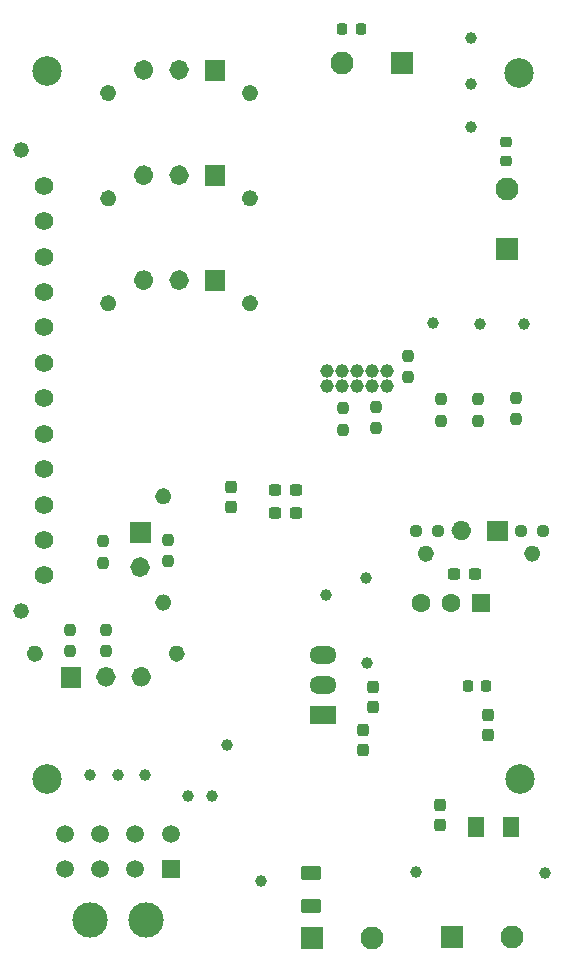
<source format=gbr>
%TF.GenerationSoftware,KiCad,Pcbnew,9.0.0*%
%TF.CreationDate,2025-03-23T00:24:25-05:00*%
%TF.ProjectId,WaterBlasterV2,57617465-7242-46c6-9173-74657256322e,rev?*%
%TF.SameCoordinates,Original*%
%TF.FileFunction,Soldermask,Bot*%
%TF.FilePolarity,Negative*%
%FSLAX46Y46*%
G04 Gerber Fmt 4.6, Leading zero omitted, Abs format (unit mm)*
G04 Created by KiCad (PCBNEW 9.0.0) date 2025-03-23 00:24:25*
%MOMM*%
%LPD*%
G01*
G04 APERTURE LIST*
G04 Aperture macros list*
%AMRoundRect*
0 Rectangle with rounded corners*
0 $1 Rounding radius*
0 $2 $3 $4 $5 $6 $7 $8 $9 X,Y pos of 4 corners*
0 Add a 4 corners polygon primitive as box body*
4,1,4,$2,$3,$4,$5,$6,$7,$8,$9,$2,$3,0*
0 Add four circle primitives for the rounded corners*
1,1,$1+$1,$2,$3*
1,1,$1+$1,$4,$5*
1,1,$1+$1,$6,$7*
1,1,$1+$1,$8,$9*
0 Add four rect primitives between the rounded corners*
20,1,$1+$1,$2,$3,$4,$5,0*
20,1,$1+$1,$4,$5,$6,$7,0*
20,1,$1+$1,$6,$7,$8,$9,0*
20,1,$1+$1,$8,$9,$2,$3,0*%
G04 Aperture macros list end*
%ADD10C,0.711200*%
%ADD11C,0.836200*%
%ADD12C,0.010000*%
%ADD13C,1.168400*%
%ADD14C,1.000000*%
%ADD15C,2.500000*%
%ADD16C,2.999999*%
%ADD17R,1.520000X1.520000*%
%ADD18C,1.520000*%
%ADD19C,1.320800*%
%ADD20C,1.574800*%
%ADD21C,1.270000*%
%ADD22R,1.950000X1.950000*%
%ADD23C,1.950000*%
%ADD24RoundRect,0.237500X-0.237500X0.300000X-0.237500X-0.300000X0.237500X-0.300000X0.237500X0.300000X0*%
%ADD25RoundRect,0.218750X-0.218750X-0.256250X0.218750X-0.256250X0.218750X0.256250X-0.218750X0.256250X0*%
%ADD26RoundRect,0.237500X0.300000X0.237500X-0.300000X0.237500X-0.300000X-0.237500X0.300000X-0.237500X0*%
%ADD27RoundRect,0.250000X0.625000X-0.375000X0.625000X0.375000X-0.625000X0.375000X-0.625000X-0.375000X0*%
%ADD28RoundRect,0.250001X-0.462499X-0.624999X0.462499X-0.624999X0.462499X0.624999X-0.462499X0.624999X0*%
%ADD29RoundRect,0.237500X-0.300000X-0.237500X0.300000X-0.237500X0.300000X0.237500X-0.300000X0.237500X0*%
%ADD30R,2.300000X1.500000*%
%ADD31O,2.300000X1.500000*%
%ADD32RoundRect,0.218750X-0.256250X0.218750X-0.256250X-0.218750X0.256250X-0.218750X0.256250X0.218750X0*%
%ADD33RoundRect,0.237500X0.237500X-0.300000X0.237500X0.300000X-0.237500X0.300000X-0.237500X-0.300000X0*%
%ADD34RoundRect,0.218750X0.218750X0.256250X-0.218750X0.256250X-0.218750X-0.256250X0.218750X-0.256250X0*%
%ADD35RoundRect,0.237500X0.250000X0.237500X-0.250000X0.237500X-0.250000X-0.237500X0.250000X-0.237500X0*%
%ADD36RoundRect,0.237500X0.237500X-0.250000X0.237500X0.250000X-0.237500X0.250000X-0.237500X-0.250000X0*%
%ADD37RoundRect,0.237500X-0.237500X0.250000X-0.237500X-0.250000X0.237500X-0.250000X0.237500X0.250000X0*%
%ADD38C,1.605000*%
%ADD39R,1.605000X1.605000*%
G04 APERTURE END LIST*
D10*
%TO.C,J5*%
X132055600Y-101060000D02*
G75*
G02*
X131344400Y-101060000I-355600J0D01*
G01*
X131344400Y-101060000D02*
G75*
G02*
X132055600Y-101060000I355600J0D01*
G01*
D11*
X135118100Y-99100000D02*
G75*
G02*
X134281900Y-99100000I-418100J0D01*
G01*
X134281900Y-99100000D02*
G75*
G02*
X135118100Y-99100000I418100J0D01*
G01*
D10*
X141055600Y-101060000D02*
G75*
G02*
X140344400Y-101060000I-355600J0D01*
G01*
X140344400Y-101060000D02*
G75*
G02*
X141055600Y-101060000I355600J0D01*
G01*
D12*
X138536200Y-99936200D02*
X136863800Y-99936200D01*
X136863800Y-98263800D01*
X138536200Y-98263800D01*
X138536200Y-99936200D01*
G36*
X138536200Y-99936200D02*
G01*
X136863800Y-99936200D01*
X136863800Y-98263800D01*
X138536200Y-98263800D01*
X138536200Y-99936200D01*
G37*
D10*
%TO.C,Filler*%
X109815600Y-105200000D02*
G75*
G02*
X109104400Y-105200000I-355600J0D01*
G01*
X109104400Y-105200000D02*
G75*
G02*
X109815600Y-105200000I355600J0D01*
G01*
X109815600Y-96200000D02*
G75*
G02*
X109104400Y-96200000I-355600J0D01*
G01*
X109104400Y-96200000D02*
G75*
G02*
X109815600Y-96200000I355600J0D01*
G01*
D11*
X107918100Y-102200000D02*
G75*
G02*
X107081900Y-102200000I-418100J0D01*
G01*
X107081900Y-102200000D02*
G75*
G02*
X107918100Y-102200000I418100J0D01*
G01*
D12*
X108336200Y-100036200D02*
X106663800Y-100036200D01*
X106663800Y-98363800D01*
X108336200Y-98363800D01*
X108336200Y-100036200D01*
G36*
X108336200Y-100036200D02*
G01*
X106663800Y-100036200D01*
X106663800Y-98363800D01*
X108336200Y-98363800D01*
X108336200Y-100036200D01*
G37*
D11*
%TO.C,J10*%
X108218100Y-77900000D02*
G75*
G02*
X107381900Y-77900000I-418100J0D01*
G01*
X107381900Y-77900000D02*
G75*
G02*
X108218100Y-77900000I418100J0D01*
G01*
D10*
X105155600Y-79860000D02*
G75*
G02*
X104444400Y-79860000I-355600J0D01*
G01*
X104444400Y-79860000D02*
G75*
G02*
X105155600Y-79860000I355600J0D01*
G01*
X117155600Y-79860000D02*
G75*
G02*
X116444400Y-79860000I-355600J0D01*
G01*
X116444400Y-79860000D02*
G75*
G02*
X117155600Y-79860000I355600J0D01*
G01*
D11*
X111218100Y-77900000D02*
G75*
G02*
X110381900Y-77900000I-418100J0D01*
G01*
X110381900Y-77900000D02*
G75*
G02*
X111218100Y-77900000I418100J0D01*
G01*
D12*
X114636200Y-78736200D02*
X112963800Y-78736200D01*
X112963800Y-77063800D01*
X114636200Y-77063800D01*
X114636200Y-78736200D01*
G36*
X114636200Y-78736200D02*
G01*
X112963800Y-78736200D01*
X112963800Y-77063800D01*
X114636200Y-77063800D01*
X114636200Y-78736200D01*
G37*
D11*
%TO.C,J11*%
X108218100Y-69015000D02*
G75*
G02*
X107381900Y-69015000I-418100J0D01*
G01*
X107381900Y-69015000D02*
G75*
G02*
X108218100Y-69015000I418100J0D01*
G01*
D10*
X105155600Y-70975000D02*
G75*
G02*
X104444400Y-70975000I-355600J0D01*
G01*
X104444400Y-70975000D02*
G75*
G02*
X105155600Y-70975000I355600J0D01*
G01*
X117155600Y-70975000D02*
G75*
G02*
X116444400Y-70975000I-355600J0D01*
G01*
X116444400Y-70975000D02*
G75*
G02*
X117155600Y-70975000I355600J0D01*
G01*
D11*
X111218100Y-69015000D02*
G75*
G02*
X110381900Y-69015000I-418100J0D01*
G01*
X110381900Y-69015000D02*
G75*
G02*
X111218100Y-69015000I418100J0D01*
G01*
D12*
X114636200Y-69851200D02*
X112963800Y-69851200D01*
X112963800Y-68178800D01*
X114636200Y-68178800D01*
X114636200Y-69851200D01*
G36*
X114636200Y-69851200D02*
G01*
X112963800Y-69851200D01*
X112963800Y-68178800D01*
X114636200Y-68178800D01*
X114636200Y-69851200D01*
G37*
D11*
%TO.C,PressSens*%
X108018100Y-111485000D02*
G75*
G02*
X107181900Y-111485000I-418100J0D01*
G01*
X107181900Y-111485000D02*
G75*
G02*
X108018100Y-111485000I418100J0D01*
G01*
D10*
X110955600Y-109525000D02*
G75*
G02*
X110244400Y-109525000I-355600J0D01*
G01*
X110244400Y-109525000D02*
G75*
G02*
X110955600Y-109525000I355600J0D01*
G01*
X98955600Y-109525000D02*
G75*
G02*
X98244400Y-109525000I-355600J0D01*
G01*
X98244400Y-109525000D02*
G75*
G02*
X98955600Y-109525000I355600J0D01*
G01*
D11*
X105018100Y-111485000D02*
G75*
G02*
X104181900Y-111485000I-418100J0D01*
G01*
X104181900Y-111485000D02*
G75*
G02*
X105018100Y-111485000I418100J0D01*
G01*
D12*
X102436200Y-112321200D02*
X100763800Y-112321200D01*
X100763800Y-110648800D01*
X102436200Y-110648800D01*
X102436200Y-112321200D01*
G36*
X102436200Y-112321200D02*
G01*
X100763800Y-112321200D01*
X100763800Y-110648800D01*
X102436200Y-110648800D01*
X102436200Y-112321200D01*
G37*
D11*
%TO.C,J13*%
X108218100Y-60100000D02*
G75*
G02*
X107381900Y-60100000I-418100J0D01*
G01*
X107381900Y-60100000D02*
G75*
G02*
X108218100Y-60100000I418100J0D01*
G01*
D10*
X105155600Y-62060000D02*
G75*
G02*
X104444400Y-62060000I-355600J0D01*
G01*
X104444400Y-62060000D02*
G75*
G02*
X105155600Y-62060000I355600J0D01*
G01*
X117155600Y-62060000D02*
G75*
G02*
X116444400Y-62060000I-355600J0D01*
G01*
X116444400Y-62060000D02*
G75*
G02*
X117155600Y-62060000I355600J0D01*
G01*
D11*
X111218100Y-60100000D02*
G75*
G02*
X110381900Y-60100000I-418100J0D01*
G01*
X110381900Y-60100000D02*
G75*
G02*
X111218100Y-60100000I418100J0D01*
G01*
D12*
X114636200Y-60936200D02*
X112963800Y-60936200D01*
X112963800Y-59263800D01*
X114636200Y-59263800D01*
X114636200Y-60936200D01*
G36*
X114636200Y-60936200D02*
G01*
X112963800Y-60936200D01*
X112963800Y-59263800D01*
X114636200Y-59263800D01*
X114636200Y-60936200D01*
G37*
%TD*%
D13*
%TO.C,J3*%
X123317000Y-86868000D03*
X123317000Y-85598000D03*
X124587000Y-86868000D03*
X124587000Y-85598000D03*
X125857000Y-86868000D03*
X125857000Y-85598000D03*
X127127000Y-86868000D03*
X127127000Y-85598000D03*
X128397000Y-86868000D03*
X128397000Y-85598000D03*
%TD*%
D14*
%TO.C,12V*%
X117700000Y-128800000D03*
%TD*%
%TO.C,GND*%
X123200000Y-104600000D03*
%TD*%
%TO.C,P+*%
X141800000Y-128100000D03*
%TD*%
%TO.C,P-*%
X130900000Y-128000000D03*
%TD*%
D15*
%TO.C,H1*%
X99600000Y-60200000D03*
%TD*%
%TO.C,H2*%
X139573000Y-60325000D03*
%TD*%
%TO.C,H3*%
X99600000Y-120100000D03*
%TD*%
%TO.C,H4*%
X139700000Y-120142000D03*
%TD*%
D16*
%TO.C,J2*%
X103269004Y-132081999D03*
X107968994Y-132081999D03*
D17*
X110109000Y-127762000D03*
D18*
X107109001Y-127762000D03*
X104109002Y-127762000D03*
X101109003Y-127762000D03*
X110109000Y-124762001D03*
X107109001Y-124762001D03*
X104109002Y-124762001D03*
X101109003Y-124762001D03*
%TD*%
D19*
%TO.C,J4*%
X97439999Y-105899999D03*
X97439999Y-66900001D03*
D20*
X99400000Y-69900005D03*
X99400000Y-72900004D03*
X99400000Y-75900003D03*
X99400000Y-78900002D03*
X99400000Y-81900001D03*
X99400000Y-84900000D03*
X99400000Y-87900000D03*
X99400000Y-90899999D03*
X99400000Y-93899998D03*
X99400000Y-96899997D03*
X99400000Y-99899996D03*
X99400000Y-102899995D03*
%TD*%
D21*
%TO.C,J5*%
X131700000Y-101060000D03*
X140700000Y-101060000D03*
%TD*%
%TO.C,Filler*%
X109460000Y-105200000D03*
X109460000Y-96200000D03*
%TD*%
%TO.C,J10*%
X104800000Y-79860000D03*
X116800000Y-79860000D03*
%TD*%
%TO.C,J11*%
X104800000Y-70975000D03*
X116800000Y-70975000D03*
%TD*%
%TO.C,PressSens*%
X110600000Y-109525000D03*
X98600000Y-109525000D03*
%TD*%
%TO.C,J13*%
X104800000Y-62060000D03*
X116800000Y-62060000D03*
%TD*%
D22*
%TO.C,J1*%
X122020000Y-133625000D03*
D23*
X127100000Y-133625000D03*
%TD*%
%TO.C,J14*%
X124620000Y-59475000D03*
D22*
X129700000Y-59475000D03*
%TD*%
D24*
%TO.C,C3*%
X136930000Y-116442500D03*
X136930000Y-114717500D03*
%TD*%
D25*
%TO.C,F2*%
X136827500Y-112280000D03*
X135252500Y-112280000D03*
%TD*%
D26*
%TO.C,C5*%
X134107500Y-102770000D03*
X135832500Y-102770000D03*
%TD*%
D27*
%TO.C,F1*%
X122000000Y-128100000D03*
X122000000Y-130900000D03*
%TD*%
D22*
%TO.C,J9*%
X138600000Y-75280000D03*
D23*
X138600000Y-70200000D03*
%TD*%
D22*
%TO.C,J7*%
X133872500Y-133525000D03*
D23*
X138952500Y-133525000D03*
%TD*%
D28*
%TO.C,F3*%
X138887500Y-124200000D03*
X135912500Y-124200000D03*
%TD*%
D29*
%TO.C,C7*%
X120662500Y-97600000D03*
X118937500Y-97600000D03*
%TD*%
D30*
%TO.C,U1*%
X123007500Y-114747000D03*
D31*
X123007500Y-112207000D03*
X123007500Y-109667000D03*
%TD*%
D32*
%TO.C,F5*%
X138500000Y-66200000D03*
X138500000Y-67775000D03*
%TD*%
D29*
%TO.C,C8*%
X118937500Y-95700000D03*
X120662500Y-95700000D03*
%TD*%
D24*
%TO.C,C1*%
X132920000Y-122327500D03*
X132920000Y-124052500D03*
%TD*%
D33*
%TO.C,C2*%
X126350000Y-117712500D03*
X126350000Y-115987500D03*
%TD*%
D24*
%TO.C,C4*%
X127240000Y-112337500D03*
X127240000Y-114062500D03*
%TD*%
%TO.C,C6*%
X115189000Y-95403500D03*
X115189000Y-97128500D03*
%TD*%
D34*
%TO.C,F4*%
X126187500Y-56600000D03*
X124612500Y-56600000D03*
%TD*%
D35*
%TO.C,R7*%
X132712500Y-99100000D03*
X130887500Y-99100000D03*
%TD*%
D36*
%TO.C,R8*%
X109900000Y-101712500D03*
X109900000Y-99887500D03*
%TD*%
D35*
%TO.C,R9*%
X141612500Y-99100000D03*
X139787500Y-99100000D03*
%TD*%
D36*
%TO.C,R10*%
X104400000Y-101812500D03*
X104400000Y-99987500D03*
%TD*%
D37*
%TO.C,R11*%
X104600000Y-107500000D03*
X104600000Y-109325000D03*
%TD*%
D36*
%TO.C,R12*%
X101600000Y-109312500D03*
X101600000Y-107487500D03*
%TD*%
D14*
%TO.C,TP1*%
X126750000Y-110300000D03*
%TD*%
D38*
%TO.C,PS1*%
X131317500Y-105195000D03*
X133857500Y-105195000D03*
D39*
X136397500Y-105195000D03*
%TD*%
D37*
%TO.C,R6*%
X132969000Y-87987500D03*
X132969000Y-89812500D03*
%TD*%
D36*
%TO.C,R3*%
X130175000Y-86129500D03*
X130175000Y-84304500D03*
%TD*%
%TO.C,R2*%
X124714000Y-90551000D03*
X124714000Y-88726000D03*
%TD*%
D37*
%TO.C,R5*%
X136144000Y-87987500D03*
X136144000Y-89812500D03*
%TD*%
%TO.C,R4*%
X139319000Y-87860500D03*
X139319000Y-89685500D03*
%TD*%
D36*
%TO.C,R1*%
X127508000Y-90424000D03*
X127508000Y-88599000D03*
%TD*%
D14*
%TO.C,SVC*%
X135500000Y-64900000D03*
%TD*%
%TO.C,SDO*%
X105600000Y-119800000D03*
%TD*%
%TO.C,SDI*%
X107900000Y-119800000D03*
%TD*%
%TO.C,CLK*%
X103300000Y-119800000D03*
%TD*%
%TO.C,~{CS}*%
X111600000Y-121600000D03*
%TD*%
%TO.C,~{RST}*%
X113600000Y-121600000D03*
%TD*%
%TO.C,LEDC*%
X132300000Y-81500000D03*
%TD*%
%TO.C,LED-*%
X136300000Y-81600000D03*
%TD*%
%TO.C,LED+*%
X140000000Y-81600000D03*
%TD*%
%TO.C,PC*%
X114900000Y-117300000D03*
%TD*%
%TO.C,3v3*%
X126600000Y-103100000D03*
%TD*%
%TO.C,SV+*%
X135500000Y-61300000D03*
%TD*%
%TO.C,SV-*%
X135500000Y-57400000D03*
%TD*%
M02*

</source>
